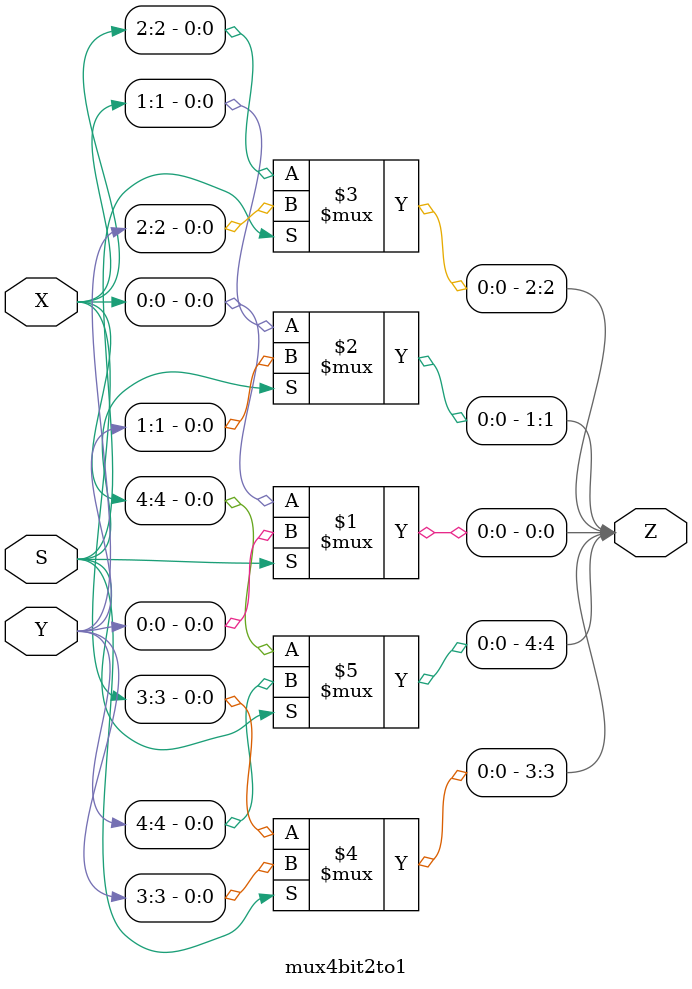
<source format=v>
module mux4bit2to1(X,Y,Z,S);
	input S;
	input [4:0] X;
	input [4:0] Y;
	output [4:0] Z;
	assign Z[0] = S ? Y[0] : X[0];
	assign Z[1] = S ? Y[1] : X[1];
	assign Z[2] = S ? Y[2] : X[2];
	assign Z[3] = S ? Y[3] : X[3];
	assign Z[4] = S ? Y[4] : X[4];
endmodule
	
</source>
